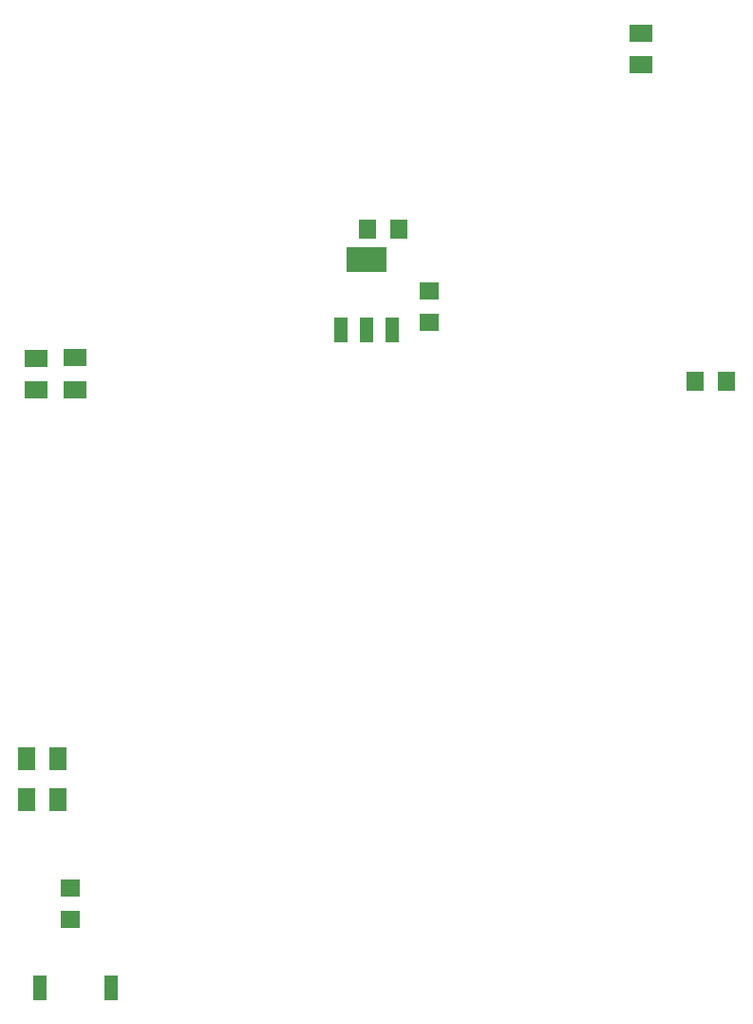
<source format=gbr>
G04 EAGLE Gerber RS-274X export*
G75*
%MOMM*%
%FSLAX34Y34*%
%LPD*%
%INSolderpaste Top*%
%IPPOS*%
%AMOC8*
5,1,8,0,0,1.08239X$1,22.5*%
G01*
%ADD10R,1.800000X1.600000*%
%ADD11R,1.600000X1.800000*%
%ADD12R,1.270000X2.160000*%
%ADD13R,2.000000X1.600000*%
%ADD14R,1.219200X2.235200*%
%ADD15R,3.600000X2.200000*%
%ADD16R,1.600000X2.000000*%


D10*
X155900Y184000D03*
X155900Y212000D03*
D11*
X740500Y662900D03*
X712500Y662900D03*
D10*
X475400Y715900D03*
X475400Y743900D03*
D11*
X420400Y798600D03*
X448400Y798600D03*
D12*
X128500Y123400D03*
X191900Y123400D03*
D13*
X664100Y973500D03*
X664100Y945500D03*
X159900Y656000D03*
X159900Y684000D03*
X124900Y655500D03*
X124900Y683500D03*
D14*
X396686Y709312D03*
X419800Y709312D03*
X442914Y709312D03*
D15*
X419800Y771290D03*
D16*
X145000Y291000D03*
X117000Y291000D03*
X145000Y327000D03*
X117000Y327000D03*
M02*

</source>
